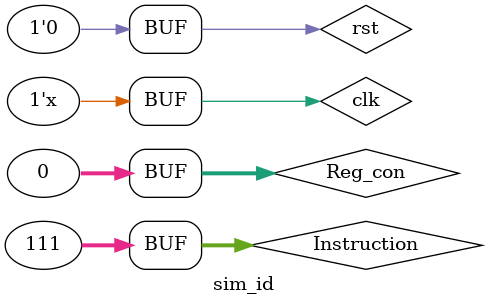
<source format=v>
module sim_id ();

    /*
    module stage_id (
        input clk,
        input rst,
        input [31:0] Instruction,
        input [31:0] Reg_con,
        output Branch,
        output Memread,
        output Memtoreg,
        output [3:0] ALUop,
        output Memwrite,
        output ALUSRC,
        output RegWrite,
        output OIread,
        output OIwrite,
        output [31:0] Reg_out1,
        output [31:0] Reg_out2,
        output [31:0] Imm,
        output [6:0] func7,
        output [2:0] func3
    ); 

    00100c63,
    00000033,
    00004033,
    00002297,
    ff428293,
    00028083,
    fff07013,
    ffe00013,
    00129023,
    fddff06f,
    0000006f,
    */

    reg clk = 0, rst = 1;
    reg [31:0] Instruction, Reg_con;
    wire Branch, Memread, Memtoreg, Memwrite, ALUSRC, RegWrite, OIread, OIwrite;
    wire [3:0] ALUop;
    wire [31:0] Reg_out1, Reg_out2, Imm;
    wire [6:0] func7;
    wire [2:0] func3;
    wire oi;
    wire [6:0] opcode;
    wire [4:0] Reg_id1, Reg_id2, Reg_idwr;

    stage_id ID (
        .clk(clk),
        .rst(rst),
        .Instruction(Instruction),
        .Reg_con(Reg_con),
        .Branch(Branch),
        .Memread(Memread),
        .Memtoreg(Memtoreg),
        .ALUop(ALUop),
        .Memwrite(Memwrite),
        .ALUSRC(ALUSRC),
        .RegWrite(RegWrite),
        .OIread(OIread),
        .OIwrite(OIwrite),
        .Reg_out1(Reg_out1),
        .Reg_out2(Reg_out2),
        .Imm(Imm),
        .func7(func7),
        .func3(func3)
    );

    always begin
        #10 clk = !clk;
    end
    initial begin
        begin
            rst = 0;
            Instruction = 32'h00000000;
            Reg_con = 32'h00000000;
        end
        #150 Instruction = 32'h00100c63;
        #200 Instruction = 32'h00000033;
        #250 Instruction = 32'h00004033;
        #300 Instruction = 32'h00002297;
        #350 Instruction = 32'hff428293;
        #400 Instruction = 32'h00028083;
        #450 Instruction = 32'hfff07013;
        #500 Instruction = 32'hffe00013;
        #550 Instruction = 32'h00129023;
        #600 Instruction = 32'hfddff06f;
        #650 Instruction = 32'h0000006f;
    end

endmodule

</source>
